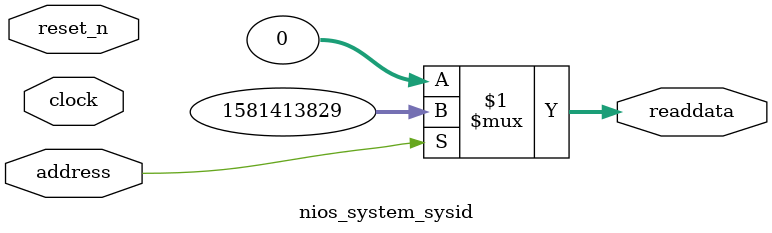
<source format=v>

`timescale 1ns / 1ps
// synthesis translate_on

// turn off superfluous verilog processor warnings 
// altera message_level Level1 
// altera message_off 10034 10035 10036 10037 10230 10240 10030 

module nios_system_sysid (
               // inputs:
                address,
                clock,
                reset_n,

               // outputs:
                readdata
             )
;

  output  [ 31: 0] readdata;
  input            address;
  input            clock;
  input            reset_n;

  wire    [ 31: 0] readdata;
  //control_slave, which is an e_avalon_slave
  assign readdata = address ? 1581413829 : 0;

endmodule




</source>
